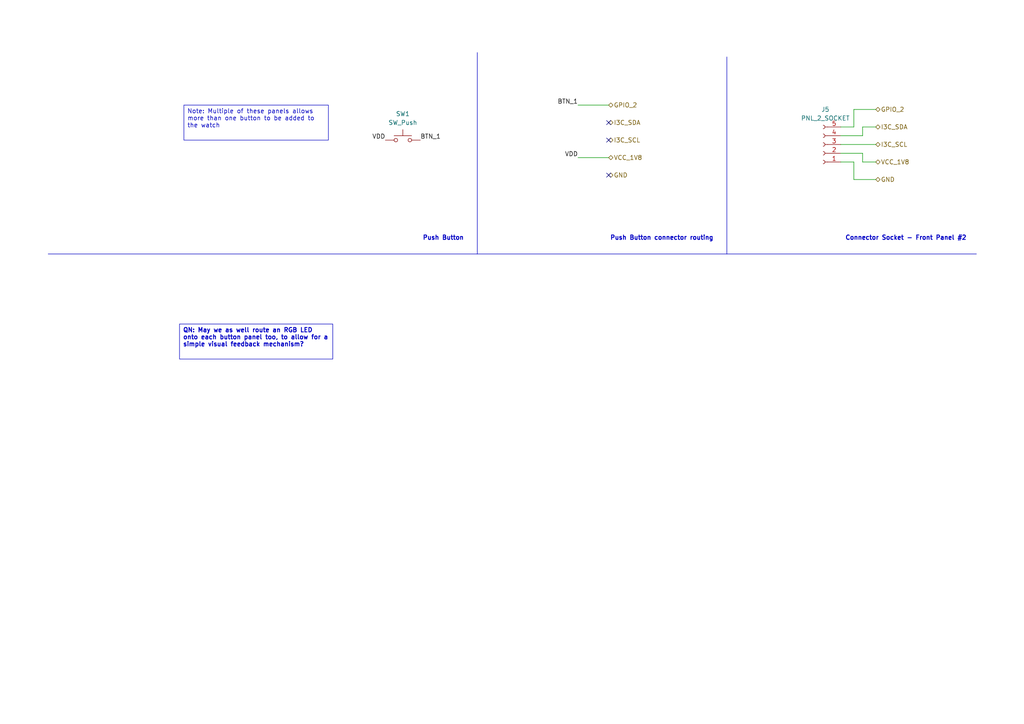
<source format=kicad_sch>
(kicad_sch (version 20230121) (generator eeschema)
  (paper "A4")
  (title_block (title "Front Button Panel V1") (rev "1.0.0") (company "The Herald Project") (comment 1 "Copyright 2021-2023 All Rights Reserved") (comment 2 "Licensed under CERN OHL-P-V2"))
  (lib_symbols
    (symbol "Connector:Conn_01x05_Socket" (pin_names (offset 1.016) hide)
      (property "Reference" "J" (at 0 7.62 0))
      (property "Value" "Conn_01x05_Socket" (at 0 -7.62 0))
      (symbol "Conn_01x05_Socket_1_1"
        (arc (start 0 -4.572) (mid -0.5058 -5.08) (end 0 -5.588) (stroke (width 0.1524)))
        (arc (start 0 -2.032) (mid -0.5058 -2.54) (end 0 -3.048) (stroke (width 0.1524)))
        (polyline (pts (xy -1.27 -5.08) (xy -0.508 -5.08)) (stroke (width 0.1524)))
        (polyline (pts (xy -1.27 -2.54) (xy -0.508 -2.54)) (stroke (width 0.1524)))
        (polyline (pts (xy -1.27 0) (xy -0.508 0)) (stroke (width 0.1524)))
        (polyline (pts (xy -1.27 2.54) (xy -0.508 2.54)) (stroke (width 0.1524)))
        (polyline (pts (xy -1.27 5.08) (xy -0.508 5.08)) (stroke (width 0.1524)))
        (arc (start 0 0.508) (mid -0.5058 0) (end 0 -0.508) (stroke (width 0.1524)))
        (arc (start 0 3.048) (mid -0.5058 2.54) (end 0 2.032) (stroke (width 0.1524)))
        (arc (start 0 5.588) (mid -0.5058 5.08) (end 0 4.572) (stroke (width 0.1524)))
        (pin passive line (at -5.08 5.08 0) (length 3.81) (name "Pin_1") (number "1"))
        (pin passive line (at -5.08 2.54 0) (length 3.81) (name "Pin_2") (number "2"))
        (pin passive line (at -5.08 0 0) (length 3.81) (name "Pin_3") (number "3"))
        (pin passive line (at -5.08 -2.54 0) (length 3.81) (name "Pin_4") (number "4"))
        (pin passive line (at -5.08 -5.08 0) (length 3.81) (name "Pin_5") (number "5"))
      )
    )
    (symbol "Switch:SW_Push" (pin_numbers hide) (pin_names (offset 1.016) hide)
      (property "Reference" "SW" (at 1.27 2.54 0))
      (property "Value" "SW_Push" (at 0 -1.524 0))
      (symbol "SW_Push_0_1"
        (circle (center -2.032 0) (radius 0.508))
        (polyline (pts (xy 0 1.27) (xy 0 3.048)))
        (polyline (pts (xy 2.54 1.27) (xy -2.54 1.27)))
        (circle (center 2.032 0) (radius 0.508))
        (pin passive line (at -5.08 0 0) (length 2.54) (name "1") (number "1"))
        (pin passive line (at 5.08 0 180) (length 2.54) (name "2") (number "2"))
      )
    )
  )
  (no_connect (at 176.53 40.64))
  (no_connect (at 176.53 50.8))
  (no_connect (at 176.53 35.56))
  (wire (pts (xy 247.65 31.75) (xy 247.65 36.83)))
  (wire (pts (xy 254 36.83) (xy 250.19 36.83)))
  (polyline (pts (xy 210.82 16.51) (xy 210.82 73.66)))
  (polyline (pts (xy 138.43 15.24) (xy 138.43 73.66)))
  (polyline (pts (xy 13.97 73.66) (xy 283.21 73.66)))
  (wire (pts (xy 247.65 52.07) (xy 247.65 46.99)))
  (wire (pts (xy 243.84 36.83) (xy 247.65 36.83)))
  (wire (pts (xy 254 52.07) (xy 247.65 52.07)))
  (wire (pts (xy 250.19 36.83) (xy 250.19 39.37)))
  (wire (pts (xy 243.84 44.45) (xy 250.19 44.45)))
  (wire (pts (xy 167.64 45.72) (xy 176.53 45.72)))
  (wire (pts (xy 243.84 39.37) (xy 250.19 39.37)))
  (wire (pts (xy 254 31.75) (xy 247.65 31.75)))
  (wire (pts (xy 167.64 30.48) (xy 176.53 30.48)))
  (wire (pts (xy 250.19 46.99) (xy 250.19 44.45)))
  (wire (pts (xy 254 46.99) (xy 250.19 46.99)))
  (wire (pts (xy 243.84 41.91) (xy 254 41.91)))
  (wire (pts (xy 243.84 46.99) (xy 247.65 46.99)))
  (text_box "QN: May we as well route an RGB LED onto each button panel too, to allow for a simple visual feedback mechanism?" (at 52.07 93.98 0) (size 44.45 10.16) (effects (font (size 1.27 1.27) (thickness 0.254) bold) (justify left top)))
  (text_box "Note: Multiple of these panels allows more than one button to be added to the watch" (at 53.34 30.48 0) (size 41.91 10.16) (effects (font (size 1.27 1.27)) (justify left top)))
  (text "Connector Socket - Front Panel #2" (at 245.11 69.85 0) (effects (font (size 1.27 1.27) (thickness 0.254) bold) (justify left bottom)))
  (text "Push Button" (at 134.62 69.85 0) (effects (font (size 1.27 1.27) (thickness 0.254) bold) (justify right bottom)))
  (text "Push Button connector routing" (at 207.01 69.85 0) (effects (font (size 1.27 1.27) (thickness 0.254) bold) (justify right bottom)))
  (label "VDD" (at 167.64 45.72 180))
  (label "VDD" (at 111.76 40.64 180))
  (label "BTN_1" (at 167.64 30.48 180))
  (label "BTN_1" (at 121.92 40.64 0))
  (hierarchical_label "VCC_1V8" (shape bidirectional) (at 176.53 45.72 0))
  (hierarchical_label "I3C_SDA" (shape bidirectional) (at 176.53 35.56 0))
  (hierarchical_label "VCC_1V8" (shape bidirectional) (at 254 46.99 0))
  (hierarchical_label "GND" (shape bidirectional) (at 176.53 50.8 0))
  (hierarchical_label "I3C_SCL" (shape bidirectional) (at 254 41.91 0))
  (hierarchical_label "GPIO_2" (shape bidirectional) (at 254 31.75 0))
  (hierarchical_label "GND" (shape bidirectional) (at 254 52.07 0))
  (hierarchical_label "I3C_SCL" (shape bidirectional) (at 176.53 40.64 0))
  (hierarchical_label "GPIO_2" (shape bidirectional) (at 176.53 30.48 0))
  (hierarchical_label "I3C_SDA" (shape bidirectional) (at 254 36.83 0))
  (symbol (lib_id "Connector:Conn_01x05_Socket") (at 238.76 41.91 180) (unit 1)
    (property "Reference" "J5" (at 239.395 31.75 0))
    (property "Value" "PNL_2_SOCKET" (at 239.395 34.29 0))
    (instances (project "wearable-v2" (path "" (reference "J5") (unit 1)) (path "" (reference "J10") (unit 1)) (path "" (reference "J15") (unit 1))))
  )
  (symbol (lib_id "Switch:SW_Push") (at 116.84 40.64 0) (unit 1)
    (property "Reference" "SW1" (at 116.84 33.02 0))
    (property "Value" "SW_Push" (at 116.84 35.56 0))
  )
)
</source>
